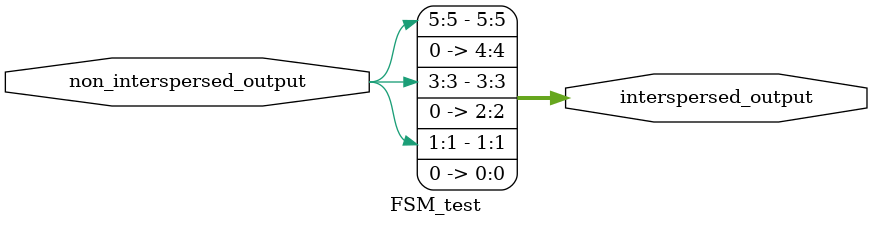
<source format=v>
module FSM_test(
    input wire [5:0] non_interspersed_output,
    output wire [5:0] interspersed_output
);

    assign interspersed_output[5] = non_interspersed_output[5];
    assign interspersed_output[3] = non_interspersed_output[3];
    assign interspersed_output[1] = non_interspersed_output[1];
    
    assign interspersed_output[4] = 1'b0;
    assign interspersed_output[2] = 1'b0;
    assign interspersed_output[0] = 1'b0;
    

endmodule
</source>
